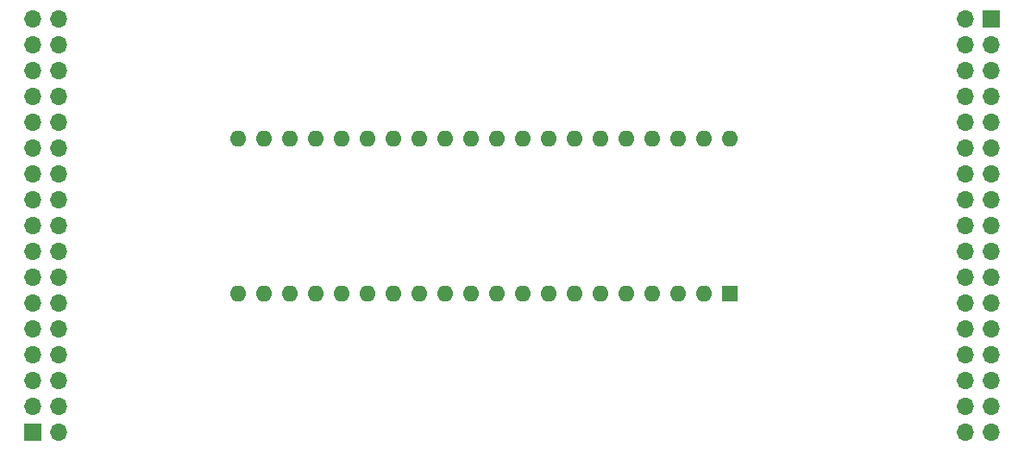
<source format=gbr>
%TF.GenerationSoftware,KiCad,Pcbnew,8.0.7-8.0.7-0~ubuntu22.04.1*%
%TF.CreationDate,2025-01-27T00:18:06+01:00*%
%TF.ProjectId,6845_v1,36383435-5f76-4312-9e6b-696361645f70,rev?*%
%TF.SameCoordinates,Original*%
%TF.FileFunction,Soldermask,Bot*%
%TF.FilePolarity,Negative*%
%FSLAX46Y46*%
G04 Gerber Fmt 4.6, Leading zero omitted, Abs format (unit mm)*
G04 Created by KiCad (PCBNEW 8.0.7-8.0.7-0~ubuntu22.04.1) date 2025-01-27 00:18:06*
%MOMM*%
%LPD*%
G01*
G04 APERTURE LIST*
%ADD10R,1.700000X1.700000*%
%ADD11O,1.700000X1.700000*%
%ADD12R,1.600000X1.600000*%
%ADD13O,1.600000X1.600000*%
G04 APERTURE END LIST*
D10*
%TO.C,J3*%
X147000000Y-69000000D03*
D11*
X144460000Y-69000000D03*
X147000000Y-71540000D03*
X144460000Y-71540000D03*
X147000000Y-74080000D03*
X144460000Y-74080000D03*
X147000000Y-76620000D03*
X144460000Y-76620000D03*
X147000000Y-79160000D03*
X144460000Y-79160000D03*
X147000000Y-81700000D03*
X144460000Y-81700000D03*
X147000000Y-84240000D03*
X144460000Y-84240000D03*
X147000000Y-86780000D03*
X144460000Y-86780000D03*
X147000000Y-89320000D03*
X144460000Y-89320000D03*
X147000000Y-91860000D03*
X144460000Y-91860000D03*
X147000000Y-94400000D03*
X144460000Y-94400000D03*
X147000000Y-96940000D03*
X144460000Y-96940000D03*
X147000000Y-99480000D03*
X144460000Y-99480000D03*
X147000000Y-102020000D03*
X144460000Y-102020000D03*
X147000000Y-104560000D03*
X144460000Y-104560000D03*
X147000000Y-107100000D03*
X144460000Y-107100000D03*
X147000000Y-109640000D03*
X144460000Y-109640000D03*
%TD*%
D12*
%TO.C,U1*%
X121412000Y-96012000D03*
D13*
X118872000Y-96012000D03*
X116332000Y-96012000D03*
X113792000Y-96012000D03*
X111252000Y-96012000D03*
X108712000Y-96012000D03*
X106172000Y-96012000D03*
X103632000Y-96012000D03*
X101092000Y-96012000D03*
X98552000Y-96012000D03*
X96012000Y-96012000D03*
X93472000Y-96012000D03*
X90932000Y-96012000D03*
X88392000Y-96012000D03*
X85852000Y-96012000D03*
X83312000Y-96012000D03*
X80772000Y-96012000D03*
X78232000Y-96012000D03*
X75692000Y-96012000D03*
X73152000Y-96012000D03*
X73152000Y-80772000D03*
X75692000Y-80772000D03*
X78232000Y-80772000D03*
X80772000Y-80772000D03*
X83312000Y-80772000D03*
X85852000Y-80772000D03*
X88392000Y-80772000D03*
X90932000Y-80772000D03*
X93472000Y-80772000D03*
X96012000Y-80772000D03*
X98552000Y-80772000D03*
X101092000Y-80772000D03*
X103632000Y-80772000D03*
X106172000Y-80772000D03*
X108712000Y-80772000D03*
X111252000Y-80772000D03*
X113792000Y-80772000D03*
X116332000Y-80772000D03*
X118872000Y-80772000D03*
X121412000Y-80772000D03*
%TD*%
D10*
%TO.C,J1*%
X53000000Y-109640000D03*
D11*
X55540000Y-109640000D03*
X53000000Y-107100000D03*
X55540000Y-107100000D03*
X53000000Y-104560000D03*
X55540000Y-104560000D03*
X53000000Y-102020000D03*
X55540000Y-102020000D03*
X53000000Y-99480000D03*
X55540000Y-99480000D03*
X53000000Y-96940000D03*
X55540000Y-96940000D03*
X53000000Y-94400000D03*
X55540000Y-94400000D03*
X53000000Y-91860000D03*
X55540000Y-91860000D03*
X53000000Y-89320000D03*
X55540000Y-89320000D03*
X53000000Y-86780000D03*
X55540000Y-86780000D03*
X53000000Y-84240000D03*
X55540000Y-84240000D03*
X53000000Y-81700000D03*
X55540000Y-81700000D03*
X53000000Y-79160000D03*
X55540000Y-79160000D03*
X53000000Y-76620000D03*
X55540000Y-76620000D03*
X53000000Y-74080000D03*
X55540000Y-74080000D03*
X53000000Y-71540000D03*
X55540000Y-71540000D03*
X53000000Y-69000000D03*
X55540000Y-69000000D03*
%TD*%
M02*

</source>
